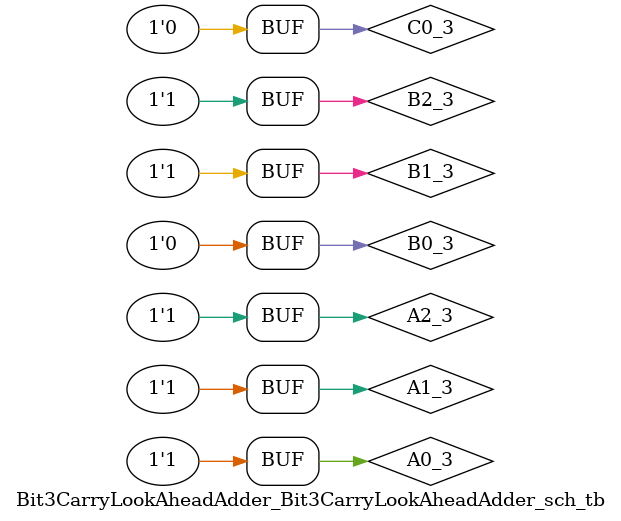
<source format=v>

`timescale 1ns / 1ps

module Bit3CarryLookAheadAdder_Bit3CarryLookAheadAdder_sch_tb();

// Inputs
   reg B2_3;
   reg A2_3;
   reg B0_3;
   reg A0_3;
   reg C0_3;
   reg B1_3;
   reg A1_3;

// Output
   wire C3_3;
   wire S0_3;
   wire S1_3;
   wire S2_3;

// Bidirs

// Instantiate the UUT
   Bit3CarryLookAheadAdder UUT (
		.B2_3(B2_3), 
		.A2_3(A2_3), 
		.B0_3(B0_3), 
		.A0_3(A0_3), 
		.C0_3(C0_3), 
		.B1_3(B1_3), 
		.A1_3(A1_3), 
		.C3_3(C3_3), 
		.S0_3(S0_3), 
		.S1_3(S1_3), 
		.S2_3(S2_3)
   );
// Initialize Inputs
   
       initial begin
		B2_3 = 0;
		A2_3 = 0;
		B0_3 = 0;
		A0_3 = 0;
		C0_3 = 0;
		B1_3 = 0;
		A1_3 = 0;
		#10;
		A1_3=1;
		#10;
		B1_3=1;
		#10;
		A2_3=1;
		#10;
		B2_3=1;
		#10;
		A0_3=1;
		#10;
		end
   
endmodule

</source>
